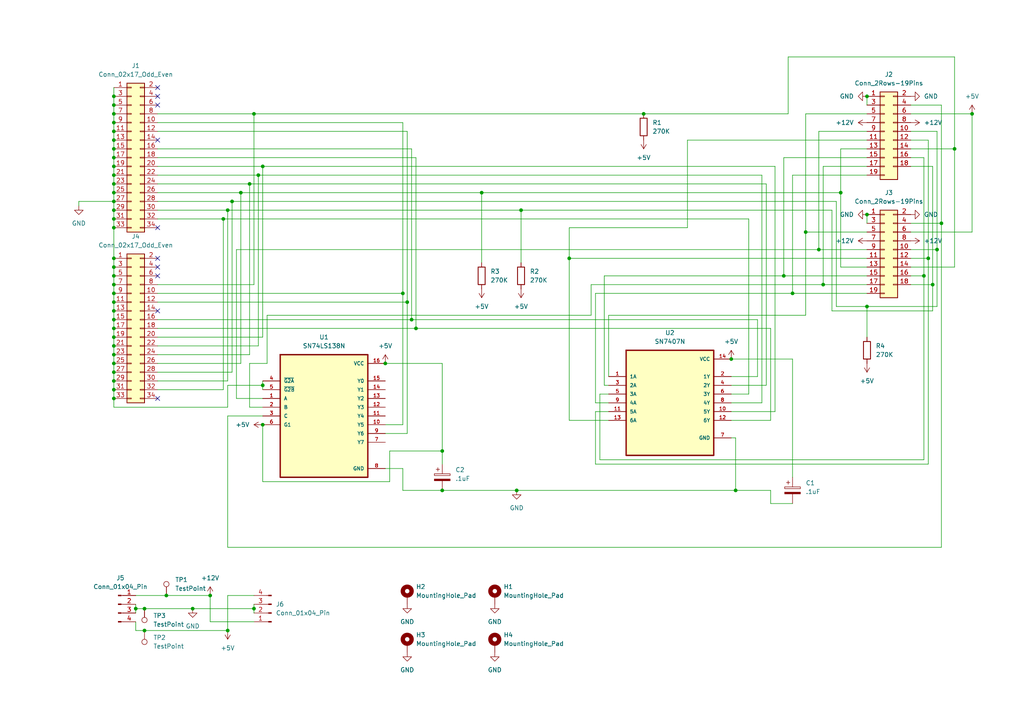
<source format=kicad_sch>
(kicad_sch (version 20230121) (generator eeschema)
  (paper "A4")
  (title_block (title "PC Transporter to MS DOS Drive Adapter") (date "2023-06-04") (rev "${Rev}") (company "Author: AJ Fite <N7AJ@ajfite.com>"))
  (lib_symbols
    (symbol "Connector:Conn_01x04_Pin" (pin_names (offset 1.016) hide)
      (property "Reference" "J" (at 0 5.08 0))
      (property "Value" "Conn_01x04_Pin" (at 0 -7.62 0))
      (symbol "Conn_01x04_Pin_1_1"
        (polyline (pts (xy 1.27 -5.08) (xy 0.8636 -5.08)) (stroke (width 0.1524)))
        (polyline (pts (xy 1.27 -2.54) (xy 0.8636 -2.54)) (stroke (width 0.1524)))
        (polyline (pts (xy 1.27 0) (xy 0.8636 0)) (stroke (width 0.1524)))
        (polyline (pts (xy 1.27 2.54) (xy 0.8636 2.54)) (stroke (width 0.1524)))
        (rectangle (start 0.8636 -4.953) (end 0 -5.207) (stroke (width 0.1524)) (fill (type outline)))
        (rectangle (start 0.8636 -2.413) (end 0 -2.667) (stroke (width 0.1524)) (fill (type outline)))
        (rectangle (start 0.8636 0.127) (end 0 -0.127) (stroke (width 0.1524)) (fill (type outline)))
        (rectangle (start 0.8636 2.667) (end 0 2.413) (stroke (width 0.1524)) (fill (type outline)))
        (pin passive line (at 5.08 2.54 180) (length 3.81) (name "Pin_1") (number "1"))
        (pin passive line (at 5.08 0 180) (length 3.81) (name "Pin_2") (number "2"))
        (pin passive line (at 5.08 -2.54 180) (length 3.81) (name "Pin_3") (number "3"))
        (pin passive line (at 5.08 -5.08 180) (length 3.81) (name "Pin_4") (number "4"))
      )
    )
    (symbol "Connector:TestPoint" (pin_numbers hide) (pin_names (offset 0.762) hide)
      (property "Reference" "TP" (at 0 6.858 0))
      (property "Value" "TestPoint" (at 0 5.08 0))
      (symbol "TestPoint_0_1"
        (circle (center 0 3.302) (radius 0.762))
      )
      (symbol "TestPoint_1_1"
        (pin passive line (at 0 0 90) (length 2.54) (name "1") (number "1"))
      )
    )
    (symbol "Connector_Generic:Conn_02x17_Odd_Even" (pin_names (offset 1.016) hide)
      (property "Reference" "J" (at 1.27 22.86 0))
      (property "Value" "Conn_02x17_Odd_Even" (at 1.27 -22.86 0))
      (symbol "Conn_02x17_Odd_Even_1_1"
        (rectangle (start -1.27 -20.193) (end 0 -20.447) (stroke (width 0.1524)))
        (rectangle (start -1.27 -17.653) (end 0 -17.907) (stroke (width 0.1524)))
        (rectangle (start -1.27 -15.113) (end 0 -15.367) (stroke (width 0.1524)))
        (rectangle (start -1.27 -12.573) (end 0 -12.827) (stroke (width 0.1524)))
        (rectangle (start -1.27 -10.033) (end 0 -10.287) (stroke (width 0.1524)))
        (rectangle (start -1.27 -7.493) (end 0 -7.747) (stroke (width 0.1524)))
        (rectangle (start -1.27 -4.953) (end 0 -5.207) (stroke (width 0.1524)))
        (rectangle (start -1.27 -2.413) (end 0 -2.667) (stroke (width 0.1524)))
        (rectangle (start -1.27 0.127) (end 0 -0.127) (stroke (width 0.1524)))
        (rectangle (start -1.27 2.667) (end 0 2.413) (stroke (width 0.1524)))
        (rectangle (start -1.27 5.207) (end 0 4.953) (stroke (width 0.1524)))
        (rectangle (start -1.27 7.747) (end 0 7.493) (stroke (width 0.1524)))
        (rectangle (start -1.27 10.287) (end 0 10.033) (stroke (width 0.1524)))
        (rectangle (start -1.27 12.827) (end 0 12.573) (stroke (width 0.1524)))
        (rectangle (start -1.27 15.367) (end 0 15.113) (stroke (width 0.1524)))
        (rectangle (start -1.27 17.907) (end 0 17.653) (stroke (width 0.1524)))
        (rectangle (start -1.27 20.447) (end 0 20.193) (stroke (width 0.1524)))
        (rectangle (start -1.27 21.59) (end 3.81 -21.59) (stroke (width 0.254)) (fill (type background)))
        (rectangle (start 3.81 -20.193) (end 2.54 -20.447) (stroke (width 0.1524)))
        (rectangle (start 3.81 -17.653) (end 2.54 -17.907) (stroke (width 0.1524)))
        (rectangle (start 3.81 -15.113) (end 2.54 -15.367) (stroke (width 0.1524)))
        (rectangle (start 3.81 -12.573) (end 2.54 -12.827) (stroke (width 0.1524)))
        (rectangle (start 3.81 -10.033) (end 2.54 -10.287) (stroke (width 0.1524)))
        (rectangle (start 3.81 -7.493) (end 2.54 -7.747) (stroke (width 0.1524)))
        (rectangle (start 3.81 -4.953) (end 2.54 -5.207) (stroke (width 0.1524)))
        (rectangle (start 3.81 -2.413) (end 2.54 -2.667) (stroke (width 0.1524)))
        (rectangle (start 3.81 0.127) (end 2.54 -0.127) (stroke (width 0.1524)))
        (rectangle (start 3.81 2.667) (end 2.54 2.413) (stroke (width 0.1524)))
        (rectangle (start 3.81 5.207) (end 2.54 4.953) (stroke (width 0.1524)))
        (rectangle (start 3.81 7.747) (end 2.54 7.493) (stroke (width 0.1524)))
        (rectangle (start 3.81 10.287) (end 2.54 10.033) (stroke (width 0.1524)))
        (rectangle (start 3.81 12.827) (end 2.54 12.573) (stroke (width 0.1524)))
        (rectangle (start 3.81 15.367) (end 2.54 15.113) (stroke (width 0.1524)))
        (rectangle (start 3.81 17.907) (end 2.54 17.653) (stroke (width 0.1524)))
        (rectangle (start 3.81 20.447) (end 2.54 20.193) (stroke (width 0.1524)))
        (pin passive line (at -5.08 20.32 0) (length 3.81) (name "Pin_1") (number "1"))
        (pin passive line (at 7.62 10.16 180) (length 3.81) (name "Pin_10") (number "10"))
        (pin passive line (at -5.08 7.62 0) (length 3.81) (name "Pin_11") (number "11"))
        (pin passive line (at 7.62 7.62 180) (length 3.81) (name "Pin_12") (number "12"))
        (pin passive line (at -5.08 5.08 0) (length 3.81) (name "Pin_13") (number "13"))
        (pin passive line (at 7.62 5.08 180) (length 3.81) (name "Pin_14") (number "14"))
        (pin passive line (at -5.08 2.54 0) (length 3.81) (name "Pin_15") (number "15"))
        (pin passive line (at 7.62 2.54 180) (length 3.81) (name "Pin_16") (number "16"))
        (pin passive line (at -5.08 0 0) (length 3.81) (name "Pin_17") (number "17"))
        (pin passive line (at 7.62 0 180) (length 3.81) (name "Pin_18") (number "18"))
        (pin passive line (at -5.08 -2.54 0) (length 3.81) (name "Pin_19") (number "19"))
        (pin passive line (at 7.62 20.32 180) (length 3.81) (name "Pin_2") (number "2"))
        (pin passive line (at 7.62 -2.54 180) (length 3.81) (name "Pin_20") (number "20"))
        (pin passive line (at -5.08 -5.08 0) (length 3.81) (name "Pin_21") (number "21"))
        (pin passive line (at 7.62 -5.08 180) (length 3.81) (name "Pin_22") (number "22"))
        (pin passive line (at -5.08 -7.62 0) (length 3.81) (name "Pin_23") (number "23"))
        (pin passive line (at 7.62 -7.62 180) (length 3.81) (name "Pin_24") (number "24"))
        (pin passive line (at -5.08 -10.16 0) (length 3.81) (name "Pin_25") (number "25"))
        (pin passive line (at 7.62 -10.16 180) (length 3.81) (name "Pin_26") (number "26"))
        (pin passive line (at -5.08 -12.7 0) (length 3.81) (name "Pin_27") (number "27"))
        (pin passive line (at 7.62 -12.7 180) (length 3.81) (name "Pin_28") (number "28"))
        (pin passive line (at -5.08 -15.24 0) (length 3.81) (name "Pin_29") (number "29"))
        (pin passive line (at -5.08 17.78 0) (length 3.81) (name "Pin_3") (number "3"))
        (pin passive line (at 7.62 -15.24 180) (length 3.81) (name "Pin_30") (number "30"))
        (pin passive line (at -5.08 -17.78 0) (length 3.81) (name "Pin_31") (number "31"))
        (pin passive line (at 7.62 -17.78 180) (length 3.81) (name "Pin_32") (number "32"))
        (pin passive line (at -5.08 -20.32 0) (length 3.81) (name "Pin_33") (number "33"))
        (pin passive line (at 7.62 -20.32 180) (length 3.81) (name "Pin_34") (number "34"))
        (pin passive line (at 7.62 17.78 180) (length 3.81) (name "Pin_4") (number "4"))
        (pin passive line (at -5.08 15.24 0) (length 3.81) (name "Pin_5") (number "5"))
        (pin passive line (at 7.62 15.24 180) (length 3.81) (name "Pin_6") (number "6"))
        (pin passive line (at -5.08 12.7 0) (length 3.81) (name "Pin_7") (number "7"))
        (pin passive line (at 7.62 12.7 180) (length 3.81) (name "Pin_8") (number "8"))
        (pin passive line (at -5.08 10.16 0) (length 3.81) (name "Pin_9") (number "9"))
      )
    )
    (symbol "Connector_Generic:Conn_2Rows-19Pins" (pin_names (offset 1.016) hide)
      (property "Reference" "J" (at 1.27 12.7 0))
      (property "Value" "Conn_2Rows-19Pins" (at 1.27 -15.24 0))
      (symbol "Conn_2Rows-19Pins_1_1"
        (rectangle (start -1.27 -12.573) (end 0 -12.827) (stroke (width 0.1524)))
        (rectangle (start -1.27 -10.033) (end 0 -10.287) (stroke (width 0.1524)))
        (rectangle (start -1.27 -7.493) (end 0 -7.747) (stroke (width 0.1524)))
        (rectangle (start -1.27 -4.953) (end 0 -5.207) (stroke (width 0.1524)))
        (rectangle (start -1.27 -2.413) (end 0 -2.667) (stroke (width 0.1524)))
        (rectangle (start -1.27 0.127) (end 0 -0.127) (stroke (width 0.1524)))
        (rectangle (start -1.27 2.667) (end 0 2.413) (stroke (width 0.1524)))
        (rectangle (start -1.27 5.207) (end 0 4.953) (stroke (width 0.1524)))
        (rectangle (start -1.27 7.747) (end 0 7.493) (stroke (width 0.1524)))
        (rectangle (start -1.27 10.287) (end 0 10.033) (stroke (width 0.1524)))
        (rectangle (start -1.27 11.43) (end 3.81 -13.97) (stroke (width 0.254)) (fill (type background)))
        (rectangle (start 3.81 -10.033) (end 2.54 -10.287) (stroke (width 0.1524)))
        (rectangle (start 3.81 -7.493) (end 2.54 -7.747) (stroke (width 0.1524)))
        (rectangle (start 3.81 -4.953) (end 2.54 -5.207) (stroke (width 0.1524)))
        (rectangle (start 3.81 -2.413) (end 2.54 -2.667) (stroke (width 0.1524)))
        (rectangle (start 3.81 0.127) (end 2.54 -0.127) (stroke (width 0.1524)))
        (rectangle (start 3.81 2.667) (end 2.54 2.413) (stroke (width 0.1524)))
        (rectangle (start 3.81 5.207) (end 2.54 4.953) (stroke (width 0.1524)))
        (rectangle (start 3.81 7.747) (end 2.54 7.493) (stroke (width 0.1524)))
        (rectangle (start 3.81 10.287) (end 2.54 10.033) (stroke (width 0.1524)))
        (pin passive line (at -5.08 10.16 0) (length 3.81) (name "Pin_1") (number "1"))
        (pin passive line (at 7.62 0 180) (length 3.81) (name "Pin_10") (number "10"))
        (pin passive line (at -5.08 -2.54 0) (length 3.81) (name "Pin_11") (number "11"))
        (pin passive line (at 7.62 -2.54 180) (length 3.81) (name "Pin_12") (number "12"))
        (pin passive line (at -5.08 -5.08 0) (length 3.81) (name "Pin_13") (number "13"))
        (pin passive line (at 7.62 -5.08 180) (length 3.81) (name "Pin_14") (number "14"))
        (pin passive line (at -5.08 -7.62 0) (length 3.81) (name "Pin_15") (number "15"))
        (pin passive line (at 7.62 -7.62 180) (length 3.81) (name "Pin_16") (number "16"))
        (pin passive line (at -5.08 -10.16 0) (length 3.81) (name "Pin_17") (number "17"))
        (pin passive line (at 7.62 -10.16 180) (length 3.81) (name "Pin_18") (number "18"))
        (pin passive line (at -5.08 -12.7 0) (length 3.81) (name "Pin_19") (number "19"))
        (pin passive line (at 7.62 10.16 180) (length 3.81) (name "Pin_2") (number "2"))
        (pin passive line (at -5.08 7.62 0) (length 3.81) (name "Pin_3") (number "3"))
        (pin passive line (at 7.62 7.62 180) (length 3.81) (name "Pin_4") (number "4"))
        (pin passive line (at -5.08 5.08 0) (length 3.81) (name "Pin_5") (number "5"))
        (pin passive line (at 7.62 5.08 180) (length 3.81) (name "Pin_6") (number "6"))
        (pin passive line (at -5.08 2.54 0) (length 3.81) (name "Pin_7") (number "7"))
        (pin passive line (at 7.62 2.54 180) (length 3.81) (name "Pin_8") (number "8"))
        (pin passive line (at -5.08 0 0) (length 3.81) (name "Pin_9") (number "9"))
      )
    )
    (symbol "Device:C_Polarized" (pin_numbers hide) (pin_names (offset 0.254))
      (property "Reference" "C" (at 0.635 2.54 0))
      (property "Value" "C_Polarized" (at 0.635 -2.54 0))
      (symbol "C_Polarized_0_1"
        (rectangle (start -2.286 0.508) (end 2.286 1.016))
        (polyline (pts (xy -1.778 2.286) (xy -0.762 2.286)))
        (polyline (pts (xy -1.27 2.794) (xy -1.27 1.778)))
        (rectangle (start 2.286 -0.508) (end -2.286 -1.016) (fill (type outline)))
      )
      (symbol "C_Polarized_1_1"
        (pin passive line (at 0 3.81 270) (length 2.794) (name "~") (number "1"))
        (pin passive line (at 0 -3.81 90) (length 2.794) (name "~") (number "2"))
      )
    )
    (symbol "Device:R" (pin_numbers hide) (pin_names (offset 0))
      (property "Reference" "R" (at 2.032 0 90))
      (property "Value" "R" (at 0 0 90))
      (symbol "R_0_1"
        (rectangle (start -1.016 -2.54) (end 1.016 2.54) (stroke (width 0.254)))
      )
      (symbol "R_1_1"
        (pin passive line (at 0 3.81 270) (length 1.27) (name "~") (number "1"))
        (pin passive line (at 0 -3.81 90) (length 1.27) (name "~") (number "2"))
      )
    )
    (symbol "Mechanical:MountingHole_Pad" (pin_numbers hide) (pin_names (offset 1.016) hide)
      (property "Reference" "H" (at 0 6.35 0))
      (property "Value" "MountingHole_Pad" (at 0 4.445 0))
      (symbol "MountingHole_Pad_0_1"
        (circle (center 0 1.27) (radius 1.27) (stroke (width 1.27)))
      )
      (symbol "MountingHole_Pad_1_1"
        (pin input line (at 0 -2.54 90) (length 2.54) (name "1") (number "1"))
      )
    )
    (symbol "SN7407N:SN7407N" (pin_names (offset 1.016))
      (property "Reference" "U" (at -12.7 16.24 0))
      (property "Value" "SN7407N" (at -12.7 -19.24 0))
      (symbol "SN7407N_0_0"
        (rectangle (start -12.7 -15.24) (end 12.7 15.24) (stroke (width 0.41)) (fill (type background)))
        (pin input line (at -17.78 7.62 0) (length 5.08) (name "1A") (number "1"))
        (pin output line (at 17.78 -2.54 180) (length 5.08) (name "5Y") (number "10"))
        (pin input line (at -17.78 -2.54 0) (length 5.08) (name "5A") (number "11"))
        (pin output line (at 17.78 -5.08 180) (length 5.08) (name "6Y") (number "12"))
        (pin input line (at -17.78 -5.08 0) (length 5.08) (name "6A") (number "13"))
        (pin power_in line (at 17.78 12.7 180) (length 5.08) (name "VCC") (number "14"))
        (pin output line (at 17.78 7.62 180) (length 5.08) (name "1Y") (number "2"))
        (pin input line (at -17.78 5.08 0) (length 5.08) (name "2A") (number "3"))
        (pin output line (at 17.78 5.08 180) (length 5.08) (name "2Y") (number "4"))
        (pin input line (at -17.78 2.54 0) (length 5.08) (name "3A") (number "5"))
        (pin output line (at 17.78 2.54 180) (length 5.08) (name "3Y") (number "6"))
        (pin power_in line (at 17.78 -10.16 180) (length 5.08) (name "GND") (number "7"))
        (pin output line (at 17.78 0 180) (length 5.08) (name "4Y") (number "8"))
        (pin input line (at -17.78 0 0) (length 5.08) (name "4A") (number "9"))
      )
    )
    (symbol "SN74LS138N:SN74LS138N" (pin_names (offset 1.016))
      (property "Reference" "U" (at -12.7 18.78 0))
      (property "Value" "SN74LS138N" (at -12.7 -21.78 0))
      (symbol "SN74LS138N_0_0"
        (rectangle (start -12.7 -17.78) (end 12.7 17.78) (stroke (width 0.41)) (fill (type background)))
        (pin input line (at -17.78 5.08 0) (length 5.08) (name "A") (number "1"))
        (pin output line (at 17.78 -2.54 180) (length 5.08) (name "Y5") (number "10"))
        (pin output line (at 17.78 0 180) (length 5.08) (name "Y4") (number "11"))
        (pin output line (at 17.78 2.54 180) (length 5.08) (name "Y3") (number "12"))
        (pin output line (at 17.78 5.08 180) (length 5.08) (name "Y2") (number "13"))
        (pin output line (at 17.78 7.62 180) (length 5.08) (name "Y1") (number "14"))
        (pin output line (at 17.78 10.16 180) (length 5.08) (name "Y0") (number "15"))
        (pin power_in line (at 17.78 15.24 180) (length 5.08) (name "VCC") (number "16"))
        (pin input line (at -17.78 2.54 0) (length 5.08) (name "B") (number "2"))
        (pin input line (at -17.78 0 0) (length 5.08) (name "C") (number "3"))
        (pin input line (at -17.78 10.16 0) (length 5.08) (name "~{G2A}") (number "4"))
        (pin input line (at -17.78 7.62 0) (length 5.08) (name "~{G2B}") (number "5"))
        (pin input line (at -17.78 -2.54 0) (length 5.08) (name "G1") (number "6"))
        (pin output line (at 17.78 -7.62 180) (length 5.08) (name "Y7") (number "7"))
        (pin power_in line (at 17.78 -15.24 180) (length 5.08) (name "GND") (number "8"))
        (pin output line (at 17.78 -5.08 180) (length 5.08) (name "Y6") (number "9"))
      )
    )
    (symbol "power:+12V" (power) (pin_names (offset 0))
      (property "Value" "+12V" (at 0 3.556 0))
      (symbol "+12V_0_1"
        (polyline (pts (xy -0.762 1.27) (xy 0 2.54)))
        (polyline (pts (xy 0 0) (xy 0 2.54)))
        (polyline (pts (xy 0 2.54) (xy 0.762 1.27)))
      )
      (symbol "+12V_1_1"
        (pin power_in line (at 0 0 90) (length 0) hide (name "+12V") (number "1"))
      )
    )
    (symbol "power:+5V" (power) (pin_names (offset 0))
      (property "Value" "+5V" (at 0 3.556 0))
      (symbol "+5V_0_1"
        (polyline (pts (xy -0.762 1.27) (xy 0 2.54)))
        (polyline (pts (xy 0 0) (xy 0 2.54)))
        (polyline (pts (xy 0 2.54) (xy 0.762 1.27)))
      )
      (symbol "+5V_1_1"
        (pin power_in line (at 0 0 90) (length 0) hide (name "+5V") (number "1"))
      )
    )
    (symbol "power:GND" (power) (pin_names (offset 0))
      (property "Value" "GND" (at 0 -3.81 0))
      (symbol "GND_0_1"
        (polyline (pts (xy 0 0) (xy 0 -1.27) (xy 1.27 -1.27) (xy 0 -2.54) (xy -1.27 -1.27) (xy 0 -1.27)))
      )
      (symbol "GND_1_1"
        (pin power_in line (at 0 0 270) (length 0) hide (name "GND") (number "1"))
      )
    )
  )
  (junction (at 273.05 64.77))
  (junction (at 111.76 105.41))
  (junction (at 33.02 102.87))
  (junction (at 33.02 60.96))
  (junction (at 116.84 85.09))
  (junction (at 281.94 33.02))
  (junction (at 55.88 176.53))
  (junction (at 212.09 104.14))
  (junction (at 118.11 87.63))
  (junction (at 149.86 142.24))
  (junction (at 33.02 82.55))
  (junction (at 33.02 33.02))
  (junction (at 251.46 88.9))
  (junction (at 33.02 107.95))
  (junction (at 120.65 95.25))
  (junction (at 33.02 55.88))
  (junction (at 33.02 95.25))
  (junction (at 72.39 53.34))
  (junction (at 74.93 50.8))
  (junction (at 66.04 60.96))
  (junction (at 69.85 55.88))
  (junction (at 128.27 130.81))
  (junction (at 119.38 92.71))
  (junction (at 270.51 82.55))
  (junction (at 237.49 72.39))
  (junction (at 128.27 142.24))
  (junction (at 33.02 87.63))
  (junction (at 48.26 172.72))
  (junction (at 33.02 63.5))
  (junction (at 33.02 77.47))
  (junction (at 186.69 33.02))
  (junction (at 33.02 74.93))
  (junction (at 151.13 60.96))
  (junction (at 33.02 97.79))
  (junction (at 276.86 43.18))
  (junction (at 33.02 40.64))
  (junction (at 33.02 35.56))
  (junction (at 33.02 27.94))
  (junction (at 33.02 92.71))
  (junction (at 33.02 58.42))
  (junction (at 33.02 50.8))
  (junction (at 251.46 62.23))
  (junction (at 33.02 100.33))
  (junction (at 267.97 80.01))
  (junction (at 139.7 55.88))
  (junction (at 41.91 176.53))
  (junction (at 33.02 30.48))
  (junction (at 39.37 176.53))
  (junction (at 41.91 182.88))
  (junction (at 76.2 111.76))
  (junction (at 33.02 53.34))
  (junction (at 60.96 172.72))
  (junction (at 229.87 85.09))
  (junction (at 33.02 115.57))
  (junction (at 271.78 72.39))
  (junction (at 76.2 123.19))
  (junction (at 73.66 176.53))
  (junction (at 238.76 82.55))
  (junction (at 243.84 55.88))
  (junction (at 33.02 38.1))
  (junction (at 66.04 182.88))
  (junction (at 269.24 74.93))
  (junction (at 33.02 80.01))
  (junction (at 227.33 80.01))
  (junction (at 33.02 113.03))
  (junction (at 251.46 27.94))
  (junction (at 33.02 66.04))
  (junction (at 33.02 110.49))
  (junction (at 233.68 67.31))
  (junction (at 33.02 105.41))
  (junction (at 67.31 58.42))
  (junction (at 33.02 45.72))
  (junction (at 64.77 63.5))
  (junction (at 73.66 33.02))
  (junction (at 33.02 43.18))
  (junction (at 33.02 85.09))
  (junction (at 213.36 142.24))
  (junction (at 76.2 48.26))
  (junction (at 33.02 90.17))
  (junction (at 33.02 48.26))
  (junction (at 165.1 74.93))
  (no_connect (at 45.72 30.48))
  (no_connect (at 45.72 80.01))
  (no_connect (at 45.72 40.64))
  (no_connect (at 45.72 77.47))
  (no_connect (at 45.72 66.04))
  (no_connect (at 45.72 27.94))
  (no_connect (at 45.72 115.57))
  (no_connect (at 45.72 74.93))
  (no_connect (at 45.72 25.4))
  (no_connect (at 45.72 90.17))
  (wire (pts (xy 33.02 35.56) (xy 33.02 38.1)))
  (wire (pts (xy 113.03 139.7) (xy 113.03 130.81)))
  (wire (pts (xy 264.16 77.47) (xy 276.86 77.47)))
  (wire (pts (xy 22.86 58.42) (xy 22.86 59.69)))
  (wire (pts (xy 48.26 172.72) (xy 60.96 172.72)))
  (wire (pts (xy 72.39 105.41) (xy 77.47 105.41)))
  (wire (pts (xy 176.53 91.44) (xy 176.53 109.22)))
  (wire (pts (xy 64.77 63.5) (xy 64.77 113.03)))
  (wire (pts (xy 73.66 82.55) (xy 73.66 33.02)))
  (wire (pts (xy 118.11 87.63) (xy 118.11 125.73)))
  (wire (pts (xy 151.13 60.96) (xy 241.3 60.96)))
  (wire (pts (xy 223.52 95.25) (xy 223.52 121.92)))
  (wire (pts (xy 33.02 50.8) (xy 33.02 53.34)))
  (wire (pts (xy 217.17 114.3) (xy 212.09 114.3)))
  (wire (pts (xy 33.02 48.26) (xy 33.02 50.8)))
  (wire (pts (xy 66.04 60.96) (xy 151.13 60.96)))
  (wire (pts (xy 45.72 58.42) (xy 67.31 58.42)))
  (wire (pts (xy 227.33 80.01) (xy 175.26 80.01)))
  (wire (pts (xy 66.04 158.75) (xy 273.05 158.75)))
  (wire (pts (xy 175.26 111.76) (xy 176.53 111.76)))
  (wire (pts (xy 73.66 176.53) (xy 73.66 177.8)))
  (wire (pts (xy 69.85 55.88) (xy 139.7 55.88)))
  (wire (pts (xy 172.72 119.38) (xy 176.53 119.38)))
  (wire (pts (xy 116.84 123.19) (xy 111.76 123.19)))
  (wire (pts (xy 269.24 74.93) (xy 269.24 40.64)))
  (wire (pts (xy 66.04 120.65) (xy 66.04 158.75)))
  (wire (pts (xy 66.04 182.88) (xy 66.04 172.72)))
  (wire (pts (xy 220.98 50.8) (xy 74.93 50.8)))
  (wire (pts (xy 128.27 142.24) (xy 149.86 142.24)))
  (wire (pts (xy 72.39 102.87) (xy 72.39 53.34)))
  (wire (pts (xy 76.2 139.7) (xy 113.03 139.7)))
  (wire (pts (xy 33.02 100.33) (xy 33.02 102.87)))
  (wire (pts (xy 33.02 60.96) (xy 33.02 63.5)))
  (wire (pts (xy 74.93 100.33) (xy 74.93 50.8)))
  (wire (pts (xy 111.76 105.41) (xy 128.27 105.41)))
  (wire (pts (xy 45.72 60.96) (xy 66.04 60.96)))
  (wire (pts (xy 217.17 63.5) (xy 217.17 114.3)))
  (wire (pts (xy 173.99 133.35) (xy 173.99 114.3)))
  (wire (pts (xy 33.02 105.41) (xy 33.02 102.87)))
  (wire (pts (xy 276.86 43.18) (xy 276.86 77.47)))
  (wire (pts (xy 33.02 66.04) (xy 33.02 63.5)))
  (wire (pts (xy 120.65 95.25) (xy 223.52 95.25)))
  (wire (pts (xy 139.7 55.88) (xy 139.7 76.2)))
  (wire (pts (xy 212.09 104.14) (xy 229.87 104.14)))
  (wire (pts (xy 41.91 182.88) (xy 66.04 182.88)))
  (wire (pts (xy 273.05 64.77) (xy 264.16 64.77)))
  (wire (pts (xy 39.37 182.88) (xy 39.37 180.34)))
  (wire (pts (xy 73.66 175.26) (xy 73.66 176.53)))
  (wire (pts (xy 45.72 85.09) (xy 116.84 85.09)))
  (wire (pts (xy 251.46 80.01) (xy 227.33 80.01)))
  (wire (pts (xy 251.46 85.09) (xy 229.87 85.09)))
  (wire (pts (xy 271.78 88.9) (xy 271.78 72.39)))
  (wire (pts (xy 116.84 135.89) (xy 116.84 142.24)))
  (wire (pts (xy 45.72 110.49) (xy 66.04 110.49)))
  (wire (pts (xy 120.65 45.72) (xy 120.65 95.25)))
  (wire (pts (xy 271.78 72.39) (xy 271.78 38.1)))
  (wire (pts (xy 172.72 85.09) (xy 172.72 116.84)))
  (wire (pts (xy 45.72 63.5) (xy 64.77 63.5)))
  (wire (pts (xy 33.02 113.03) (xy 33.02 115.57)))
  (wire (pts (xy 251.46 38.1) (xy 237.49 38.1)))
  (wire (pts (xy 68.58 72.39) (xy 68.58 115.57)))
  (wire (pts (xy 66.04 172.72) (xy 73.66 172.72)))
  (wire (pts (xy 45.72 107.95) (xy 67.31 107.95)))
  (wire (pts (xy 33.02 55.88) (xy 33.02 58.42)))
  (wire (pts (xy 33.02 97.79) (xy 33.02 100.33)))
  (wire (pts (xy 175.26 80.01) (xy 175.26 111.76)))
  (wire (pts (xy 116.84 35.56) (xy 116.84 85.09)))
  (wire (pts (xy 243.84 55.88) (xy 243.84 43.18)))
  (wire (pts (xy 45.72 92.71) (xy 119.38 92.71)))
  (wire (pts (xy 76.2 48.26) (xy 224.79 48.26)))
  (wire (pts (xy 251.46 48.26) (xy 238.76 48.26)))
  (wire (pts (xy 39.37 182.88) (xy 41.91 182.88)))
  (wire (pts (xy 199.39 40.64) (xy 199.39 66.04)))
  (wire (pts (xy 33.02 110.49) (xy 33.02 107.95)))
  (wire (pts (xy 224.79 119.38) (xy 212.09 119.38)))
  (wire (pts (xy 45.72 100.33) (xy 74.93 100.33)))
  (wire (pts (xy 45.72 48.26) (xy 76.2 48.26)))
  (wire (pts (xy 229.87 50.8) (xy 229.87 85.09)))
  (wire (pts (xy 76.2 111.76) (xy 66.04 111.76)))
  (wire (pts (xy 241.3 60.96) (xy 241.3 90.17)))
  (wire (pts (xy 72.39 53.34) (xy 222.25 53.34)))
  (wire (pts (xy 45.72 97.79) (xy 76.2 97.79)))
  (wire (pts (xy 72.39 118.11) (xy 72.39 105.41)))
  (wire (pts (xy 271.78 72.39) (xy 264.16 72.39)))
  (wire (pts (xy 267.97 133.35) (xy 173.99 133.35)))
  (wire (pts (xy 251.46 45.72) (xy 227.33 45.72)))
  (wire (pts (xy 33.02 58.42) (xy 33.02 60.96)))
  (wire (pts (xy 269.24 40.64) (xy 264.16 40.64)))
  (wire (pts (xy 243.84 77.47) (xy 251.46 77.47)))
  (wire (pts (xy 233.68 67.31) (xy 251.46 67.31)))
  (wire (pts (xy 165.1 74.93) (xy 251.46 74.93)))
  (wire (pts (xy 233.68 91.44) (xy 176.53 91.44)))
  (wire (pts (xy 39.37 176.53) (xy 41.91 176.53)))
  (wire (pts (xy 267.97 80.01) (xy 267.97 133.35)))
  (wire (pts (xy 33.02 25.4) (xy 33.02 27.94)))
  (wire (pts (xy 45.72 45.72) (xy 120.65 45.72)))
  (wire (pts (xy 273.05 30.48) (xy 264.16 30.48)))
  (wire (pts (xy 33.02 53.34) (xy 33.02 55.88)))
  (wire (pts (xy 229.87 85.09) (xy 172.72 85.09)))
  (wire (pts (xy 76.2 97.79) (xy 76.2 48.26)))
  (wire (pts (xy 233.68 67.31) (xy 233.68 91.44)))
  (wire (pts (xy 67.31 58.42) (xy 67.31 107.95)))
  (wire (pts (xy 45.72 105.41) (xy 69.85 105.41)))
  (wire (pts (xy 33.02 77.47) (xy 33.02 80.01)))
  (wire (pts (xy 149.86 142.24) (xy 213.36 142.24)))
  (wire (pts (xy 227.33 45.72) (xy 227.33 80.01)))
  (wire (pts (xy 199.39 66.04) (xy 165.1 66.04)))
  (wire (pts (xy 251.46 88.9) (xy 271.78 88.9)))
  (wire (pts (xy 264.16 33.02) (xy 281.94 33.02)))
  (wire (pts (xy 45.72 43.18) (xy 119.38 43.18)))
  (wire (pts (xy 223.52 121.92) (xy 212.09 121.92)))
  (wire (pts (xy 118.11 38.1) (xy 118.11 87.63)))
  (wire (pts (xy 224.79 48.26) (xy 224.79 119.38)))
  (wire (pts (xy 165.1 66.04) (xy 165.1 74.93)))
  (wire (pts (xy 281.94 33.02) (xy 281.94 67.31)))
  (wire (pts (xy 119.38 43.18) (xy 119.38 92.71)))
  (wire (pts (xy 33.02 92.71) (xy 33.02 95.25)))
  (wire (pts (xy 116.84 142.24) (xy 128.27 142.24)))
  (wire (pts (xy 173.99 114.3) (xy 176.53 114.3)))
  (wire (pts (xy 45.72 82.55) (xy 73.66 82.55)))
  (wire (pts (xy 251.46 62.23) (xy 251.46 64.77)))
  (wire (pts (xy 33.02 45.72) (xy 33.02 48.26)))
  (wire (pts (xy 251.46 72.39) (xy 237.49 72.39)))
  (wire (pts (xy 242.57 58.42) (xy 242.57 88.9)))
  (wire (pts (xy 128.27 105.41) (xy 128.27 130.81)))
  (wire (pts (xy 243.84 43.18) (xy 251.46 43.18)))
  (wire (pts (xy 273.05 158.75) (xy 273.05 64.77)))
  (wire (pts (xy 33.02 107.95) (xy 33.02 105.41)))
  (wire (pts (xy 276.86 43.18) (xy 264.16 43.18)))
  (wire (pts (xy 76.2 118.11) (xy 72.39 118.11)))
  (wire (pts (xy 212.09 116.84) (xy 220.98 116.84)))
  (wire (pts (xy 76.2 111.76) (xy 76.2 113.03)))
  (wire (pts (xy 139.7 55.88) (xy 243.84 55.88)))
  (wire (pts (xy 41.91 176.53) (xy 55.88 176.53)))
  (wire (pts (xy 66.04 110.49) (xy 66.04 60.96)))
  (wire (pts (xy 66.04 118.11) (xy 33.02 118.11)))
  (wire (pts (xy 237.49 72.39) (xy 68.58 72.39)))
  (wire (pts (xy 39.37 172.72) (xy 48.26 172.72)))
  (wire (pts (xy 39.37 175.26) (xy 39.37 176.53)))
  (wire (pts (xy 223.52 142.24) (xy 213.36 142.24)))
  (wire (pts (xy 273.05 64.77) (xy 273.05 30.48)))
  (wire (pts (xy 33.02 113.03) (xy 33.02 110.49)))
  (wire (pts (xy 165.1 121.92) (xy 176.53 121.92)))
  (wire (pts (xy 251.46 33.02) (xy 233.68 33.02)))
  (wire (pts (xy 33.02 33.02) (xy 33.02 35.56)))
  (wire (pts (xy 172.72 134.62) (xy 172.72 119.38)))
  (wire (pts (xy 77.47 105.41) (xy 77.47 91.44)))
  (wire (pts (xy 267.97 45.72) (xy 264.16 45.72)))
  (wire (pts (xy 116.84 85.09) (xy 116.84 123.19)))
  (wire (pts (xy 67.31 58.42) (xy 242.57 58.42)))
  (wire (pts (xy 229.87 146.05) (xy 223.52 146.05)))
  (wire (pts (xy 251.46 50.8) (xy 229.87 50.8)))
  (wire (pts (xy 39.37 176.53) (xy 39.37 177.8)))
  (wire (pts (xy 233.68 33.02) (xy 233.68 67.31)))
  (wire (pts (xy 251.46 88.9) (xy 251.46 97.79)))
  (wire (pts (xy 33.02 43.18) (xy 33.02 45.72)))
  (wire (pts (xy 45.72 95.25) (xy 120.65 95.25)))
  (wire (pts (xy 33.02 85.09) (xy 33.02 87.63)))
  (wire (pts (xy 33.02 80.01) (xy 33.02 82.55)))
  (wire (pts (xy 269.24 74.93) (xy 269.24 134.62)))
  (wire (pts (xy 251.46 27.94) (xy 251.46 30.48)))
  (wire (pts (xy 237.49 38.1) (xy 237.49 72.39)))
  (wire (pts (xy 186.69 33.02) (xy 228.6 33.02)))
  (wire (pts (xy 222.25 111.76) (xy 212.09 111.76)))
  (wire (pts (xy 238.76 48.26) (xy 238.76 82.55)))
  (wire (pts (xy 76.2 110.49) (xy 76.2 111.76)))
  (wire (pts (xy 243.84 55.88) (xy 243.84 77.47)))
  (wire (pts (xy 165.1 74.93) (xy 165.1 121.92)))
  (wire (pts (xy 33.02 40.64) (xy 33.02 43.18)))
  (wire (pts (xy 220.98 116.84) (xy 220.98 50.8)))
  (wire (pts (xy 73.66 33.02) (xy 186.69 33.02)))
  (wire (pts (xy 270.51 90.17) (xy 270.51 82.55)))
  (wire (pts (xy 128.27 130.81) (xy 128.27 134.62)))
  (wire (pts (xy 171.45 82.55) (xy 238.76 82.55)))
  (wire (pts (xy 212.09 127) (xy 213.36 127)))
  (wire (pts (xy 64.77 63.5) (xy 217.17 63.5)))
  (wire (pts (xy 33.02 87.63) (xy 33.02 90.17)))
  (wire (pts (xy 219.71 92.71) (xy 219.71 109.22)))
  (wire (pts (xy 33.02 118.11) (xy 33.02 115.57)))
  (wire (pts (xy 222.25 53.34) (xy 222.25 111.76)))
  (wire (pts (xy 45.72 33.02) (xy 73.66 33.02)))
  (wire (pts (xy 33.02 27.94) (xy 33.02 30.48)))
  (wire (pts (xy 270.51 48.26) (xy 264.16 48.26)))
  (wire (pts (xy 241.3 90.17) (xy 270.51 90.17)))
  (wire (pts (xy 45.72 38.1) (xy 118.11 38.1)))
  (wire (pts (xy 33.02 95.25) (xy 33.02 97.79)))
  (wire (pts (xy 242.57 88.9) (xy 251.46 88.9)))
  (wire (pts (xy 267.97 80.01) (xy 267.97 45.72)))
  (wire (pts (xy 77.47 91.44) (xy 171.45 91.44)))
  (wire (pts (xy 69.85 105.41) (xy 69.85 55.88)))
  (wire (pts (xy 113.03 130.81) (xy 128.27 130.81)))
  (wire (pts (xy 33.02 82.55) (xy 33.02 85.09)))
  (wire (pts (xy 45.72 87.63) (xy 118.11 87.63)))
  (wire (pts (xy 68.58 115.57) (xy 76.2 115.57)))
  (wire (pts (xy 33.02 30.48) (xy 33.02 33.02)))
  (wire (pts (xy 66.04 111.76) (xy 66.04 118.11)))
  (wire (pts (xy 45.72 102.87) (xy 72.39 102.87)))
  (wire (pts (xy 223.52 146.05) (xy 223.52 142.24)))
  (wire (pts (xy 33.02 90.17) (xy 33.02 92.71)))
  (wire (pts (xy 76.2 123.19) (xy 76.2 139.7)))
  (wire (pts (xy 228.6 33.02) (xy 228.6 16.51)))
  (wire (pts (xy 45.72 53.34) (xy 72.39 53.34)))
  (wire (pts (xy 45.72 113.03) (xy 64.77 113.03)))
  (wire (pts (xy 33.02 38.1) (xy 33.02 40.64)))
  (wire (pts (xy 281.94 67.31) (xy 264.16 67.31)))
  (wire (pts (xy 76.2 120.65) (xy 66.04 120.65)))
  (wire (pts (xy 119.38 92.71) (xy 219.71 92.71)))
  (wire (pts (xy 118.11 125.73) (xy 111.76 125.73)))
  (wire (pts (xy 212.09 109.22) (xy 219.71 109.22)))
  (wire (pts (xy 229.87 104.14) (xy 229.87 138.43)))
  (wire (pts (xy 270.51 82.55) (xy 264.16 82.55)))
  (wire (pts (xy 151.13 60.96) (xy 151.13 76.2)))
  (wire (pts (xy 264.16 80.01) (xy 267.97 80.01)))
  (wire (pts (xy 269.24 134.62) (xy 172.72 134.62)))
  (wire (pts (xy 74.93 50.8) (xy 45.72 50.8)))
  (wire (pts (xy 270.51 82.55) (xy 270.51 48.26)))
  (wire (pts (xy 264.16 74.93) (xy 269.24 74.93)))
  (wire (pts (xy 60.96 172.72) (xy 60.96 180.34)))
  (wire (pts (xy 33.02 58.42) (xy 22.86 58.42)))
  (wire (pts (xy 171.45 91.44) (xy 171.45 82.55)))
  (wire (pts (xy 45.72 55.88) (xy 69.85 55.88)))
  (wire (pts (xy 276.86 16.51) (xy 276.86 43.18)))
  (wire (pts (xy 33.02 74.93) (xy 33.02 66.04)))
  (wire (pts (xy 238.76 82.55) (xy 251.46 82.55)))
  (wire (pts (xy 172.72 116.84) (xy 176.53 116.84)))
  (wire (pts (xy 33.02 74.93) (xy 33.02 77.47)))
  (wire (pts (xy 251.46 40.64) (xy 199.39 40.64)))
  (wire (pts (xy 271.78 38.1) (xy 264.16 38.1)))
  (wire (pts (xy 60.96 180.34) (xy 73.66 180.34)))
  (wire (pts (xy 213.36 142.24) (xy 213.36 127)))
  (wire (pts (xy 228.6 16.51) (xy 276.86 16.51)))
  (wire (pts (xy 45.72 35.56) (xy 116.84 35.56)))
  (wire (pts (xy 111.76 135.89) (xy 116.84 135.89)))
  (wire (pts (xy 55.88 176.53) (xy 73.66 176.53)))
  (symbol (lib_id "Device:C_Polarized") (at 128.27 138.43 0) (unit 1)
    (property "Reference" "C2" (at 132.08 136.271 0) (effects (justify left)))
    (property "Value" ".1uF" (at 132.08 138.811 0) (effects (justify left)))
    (property "Footprint" "Capacitor_THT:CP_Radial_D5.0mm_P2.00mm" (effects hide))
  )
  (symbol (lib_id "Connector:Conn_01x04_Pin") (at 34.29 175.26 0) (unit 1)
    (property "Reference" "J5" (at 34.925 167.64 0))
    (property "Value" "Conn_01x04_Pin" (at 34.925 170.18 0))
    (property "Footprint" "Connector_PinSocket_2.54mm:PinSocket_1x04_P2.54mm_Vertical" (effects hide))
  )
  (symbol (lib_id "power:GND") (at 264.16 62.23 90) (unit 1)
    (property "Reference" "#PWR08" (effects hide))
    (property "Value" "GND" (at 267.97 62.23 90) (effects (justify right)))
  )
  (symbol (lib_id "Connector:Conn_01x04_Pin") (at 78.74 177.8 180) (unit 1)
    (property "Reference" "J6" (at 80.01 175.26 0) (effects (justify right)))
    (property "Value" "Conn_01x04_Pin" (at 80.01 177.8 0) (effects (justify right)))
    (property "Footprint" "Connector_PinSocket_2.54mm:PinSocket_1x04_P2.54mm_Vertical" (effects hide))
  )
  (symbol (lib_id "SN7407N:SN7407N") (at 194.31 116.84 0) (unit 1)
    (property "Reference" "U2" (at 194.31 96.52 0))
    (property "Value" "SN7407N" (at 194.31 99.06 0))
    (property "Footprint" "SN7407N:DIP794W45P254L1969H508Q14" (effects hide))
  )
  (symbol (lib_id "power:GND") (at 251.46 62.23 270) (unit 1)
    (property "Reference" "#PWR09" (effects hide))
    (property "Value" "GND" (at 247.65 62.23 90) (effects (justify right)))
  )
  (symbol (lib_id "power:+12V") (at 60.96 172.72 0) (unit 1)
    (property "Reference" "#PWR020" (effects hide))
    (property "Value" "+12V" (at 60.96 167.64 0))
  )
  (symbol (lib_id "Connector:TestPoint") (at 41.91 182.88 180) (unit 1)
    (property "Reference" "TP2" (at 44.45 184.912 0) (effects (justify right)))
    (property "Value" "TestPoint" (at 44.45 187.452 0) (effects (justify right)))
    (property "Footprint" "TestPoint:TestPoint_Pad_2.5x2.5mm" (effects hide))
  )
  (symbol (lib_id "Device:R") (at 186.69 36.83 0) (unit 1)
    (property "Reference" "R1" (at 189.23 35.56 0) (effects (justify left)))
    (property "Value" "270K" (at 189.23 38.1 0) (effects (justify left)))
    (property "Footprint" "Resistor_THT:R_Axial_DIN0414_L11.9mm_D4.5mm_P15.24mm_Horizontal" (effects hide))
  )
  (symbol (lib_id "power:+5V") (at 111.76 105.41 0) (unit 1)
    (property "Reference" "#PWR05" (effects hide))
    (property "Value" "+5V" (at 111.76 100.33 0))
  )
  (symbol (lib_id "Mechanical:MountingHole_Pad") (at 118.11 172.72 0) (unit 1)
    (property "Reference" "H2" (at 120.65 170.18 0) (effects (justify left)))
    (property "Value" "MountingHole_Pad" (at 120.65 172.72 0) (effects (justify left)))
    (property "Footprint" "MountingHole:MountingHole_3.2mm_M3_Pad_Via" (effects hide))
  )
  (symbol (lib_id "Connector_Generic:Conn_2Rows-19Pins") (at 256.54 38.1 0) (unit 1)
    (property "Reference" "J2" (at 257.81 21.59 0))
    (property "Value" "Conn_2Rows-19Pins" (at 257.81 24.13 0))
    (property "Footprint" "Connector_PinHeader_2.54mm:PinHeader_2x10_P2.54mm_Vertical" (effects hide))
  )
  (symbol (lib_id "Connector_Generic:Conn_02x17_Odd_Even") (at 38.1 45.72 0) (unit 1)
    (property "Reference" "J1" (at 39.37 19.05 0))
    (property "Value" "Conn_02x17_Odd_Even" (at 39.37 21.59 0))
    (property "Footprint" "Connector_PinHeader_2.54mm:PinHeader_2x17_P2.54mm_Vertical" (effects hide))
  )
  (symbol (lib_id "power:GND") (at 264.16 27.94 90) (unit 1)
    (property "Reference" "#PWR07" (effects hide))
    (property "Value" "GND" (at 267.97 27.94 90) (effects (justify right)))
  )
  (symbol (lib_id "Device:R") (at 139.7 80.01 0) (unit 1)
    (property "Reference" "R3" (at 142.24 78.74 0) (effects (justify left)))
    (property "Value" "270K" (at 142.24 81.28 0) (effects (justify left)))
    (property "Footprint" "Resistor_THT:R_Axial_DIN0414_L11.9mm_D4.5mm_P15.24mm_Horizontal" (effects hide))
  )
  (symbol (lib_id "power:+5V") (at 212.09 104.14 0) (unit 1)
    (property "Reference" "#PWR04" (effects hide))
    (property "Value" "+5V" (at 212.09 99.06 0))
  )
  (symbol (lib_id "Mechanical:MountingHole_Pad") (at 143.51 186.69 0) (unit 1)
    (property "Reference" "H4" (at 146.05 184.15 0) (effects (justify left)))
    (property "Value" "MountingHole_Pad" (at 146.05 186.69 0) (effects (justify left)))
    (property "Footprint" "MountingHole:MountingHole_3.2mm_M3_Pad_Via" (effects hide))
  )
  (symbol (lib_id "power:GND") (at 149.86 142.24 0) (unit 1)
    (property "Reference" "#PWR02" (effects hide))
    (property "Value" "GND" (at 149.86 147.32 0))
  )
  (symbol (lib_id "power:GND") (at 251.46 27.94 270) (unit 1)
    (property "Reference" "#PWR06" (effects hide))
    (property "Value" "GND" (at 247.65 27.94 90) (effects (justify right)))
  )
  (symbol (lib_id "Device:R") (at 251.46 101.6 0) (unit 1)
    (property "Reference" "R4" (at 254 100.33 0) (effects (justify left)))
    (property "Value" "270K" (at 254 102.87 0) (effects (justify left)))
    (property "Footprint" "Resistor_THT:R_Axial_DIN0414_L11.9mm_D4.5mm_P15.24mm_Horizontal" (effects hide))
  )
  (symbol (lib_id "Connector_Generic:Conn_2Rows-19Pins") (at 256.54 72.39 0) (unit 1)
    (property "Reference" "J3" (at 257.81 55.88 0))
    (property "Value" "Conn_2Rows-19Pins" (at 257.81 58.42 0))
    (property "Footprint" "Connector_PinHeader_2.54mm:PinHeader_2x10_P2.54mm_Vertical" (effects hide))
  )
  (symbol (lib_id "power:+5V") (at 281.94 33.02 0) (unit 1)
    (property "Reference" "#PWR010" (effects hide))
    (property "Value" "+5V" (at 281.94 27.94 0))
  )
  (symbol (lib_id "power:+12V") (at 264.16 69.85 270) (unit 1)
    (property "Reference" "#PWR014" (effects hide))
    (property "Value" "+12V" (at 267.97 69.85 90) (effects (justify left)))
  )
  (symbol (lib_id "power:+5V") (at 66.04 182.88 180) (unit 1)
    (property "Reference" "#PWR021" (effects hide))
    (property "Value" "+5V" (at 66.04 187.96 0))
  )
  (symbol (lib_id "power:GND") (at 143.51 175.26 0) (unit 1)
    (property "Reference" "#PWR022" (effects hide))
    (property "Value" "GND" (at 143.51 180.34 0))
  )
  (symbol (lib_id "Connector:TestPoint") (at 41.91 176.53 180) (unit 1)
    (property "Reference" "TP3" (at 44.45 178.562 0) (effects (justify right)))
    (property "Value" "TestPoint" (at 44.45 181.102 0) (effects (justify right)))
    (property "Footprint" "TestPoint:TestPoint_Pad_2.5x2.5mm" (effects hide))
  )
  (symbol (lib_id "Device:R") (at 151.13 80.01 0) (unit 1)
    (property "Reference" "R2" (at 153.67 78.74 0) (effects (justify left)))
    (property "Value" "270K" (at 153.67 81.28 0) (effects (justify left)))
    (property "Footprint" "Resistor_THT:R_Axial_DIN0414_L11.9mm_D4.5mm_P15.24mm_Horizontal" (effects hide))
  )
  (symbol (lib_id "Device:C_Polarized") (at 229.87 142.24 0) (unit 1)
    (property "Reference" "C1" (at 233.68 140.081 0) (effects (justify left)))
    (property "Value" ".1uF" (at 233.68 142.621 0) (effects (justify left)))
    (property "Footprint" "Capacitor_THT:CP_Radial_D5.0mm_P2.00mm" (effects hide))
  )
  (symbol (lib_id "power:GND") (at 22.86 59.69 0) (unit 1)
    (property "Reference" "#PWR01" (effects hide))
    (property "Value" "GND" (at 22.86 64.77 0))
  )
  (symbol (lib_id "Connector_Generic:Conn_02x17_Odd_Even") (at 38.1 95.25 0) (unit 1)
    (property "Reference" "J4" (at 39.37 68.58 0))
    (property "Value" "Conn_02x17_Odd_Even" (at 39.37 71.12 0))
    (property "Footprint" "Connector_PinHeader_2.54mm:PinHeader_2x17_P2.54mm_Vertical" (effects hide))
  )
  (symbol (lib_id "Mechanical:MountingHole_Pad") (at 118.11 186.69 0) (unit 1)
    (property "Reference" "H3" (at 120.65 184.15 0) (effects (justify left)))
    (property "Value" "MountingHole_Pad" (at 120.65 186.69 0) (effects (justify left)))
    (property "Footprint" "MountingHole:MountingHole_3.2mm_M3_Pad_Via" (effects hide))
  )
  (symbol (lib_id "power:GND") (at 143.51 189.23 0) (unit 1)
    (property "Reference" "#PWR023" (effects hide))
    (property "Value" "GND" (at 143.51 194.31 0))
  )
  (symbol (lib_id "power:GND") (at 118.11 189.23 0) (unit 1)
    (property "Reference" "#PWR024" (effects hide))
    (property "Value" "GND" (at 118.11 194.31 0))
  )
  (symbol (lib_id "power:+12V") (at 264.16 35.56 270) (unit 1)
    (property "Reference" "#PWR011" (effects hide))
    (property "Value" "+12V" (at 267.97 35.56 90) (effects (justify left)))
  )
  (symbol (lib_id "power:+12V") (at 251.46 69.85 90) (unit 1)
    (property "Reference" "#PWR013" (effects hide))
    (property "Value" "+12V" (at 247.65 69.85 90) (effects (justify left)))
  )
  (symbol (lib_id "power:+5V") (at 151.13 83.82 180) (unit 1)
    (property "Reference" "#PWR017" (effects hide))
    (property "Value" "+5V" (at 151.13 88.9 0))
  )
  (symbol (lib_id "power:+5V") (at 186.69 40.64 180) (unit 1)
    (property "Reference" "#PWR03" (effects hide))
    (property "Value" "+5V" (at 186.69 45.72 0))
  )
  (symbol (lib_id "power:+12V") (at 251.46 35.56 90) (unit 1)
    (property "Reference" "#PWR012" (effects hide))
    (property "Value" "+12V" (at 247.65 35.56 90) (effects (justify left)))
  )
  (symbol (lib_id "Mechanical:MountingHole_Pad") (at 143.51 172.72 0) (unit 1)
    (property "Reference" "H1" (at 146.05 170.18 0) (effects (justify left)))
    (property "Value" "MountingHole_Pad" (at 146.05 172.72 0) (effects (justify left)))
    (property "Footprint" "MountingHole:MountingHole_3.2mm_M3_Pad_Via" (effects hide))
  )
  (symbol (lib_id "power:GND") (at 118.11 175.26 0) (unit 1)
    (property "Reference" "#PWR025" (effects hide))
    (property "Value" "GND" (at 118.11 180.34 0))
  )
  (symbol (lib_id "power:+5V") (at 139.7 83.82 180) (unit 1)
    (property "Reference" "#PWR016" (effects hide))
    (property "Value" "+5V" (at 139.7 88.9 0))
  )
  (symbol (lib_id "power:+5V") (at 251.46 105.41 180) (unit 1)
    (property "Reference" "#PWR015" (effects hide))
    (property "Value" "+5V" (at 251.46 110.49 0))
  )
  (symbol (lib_id "power:GND") (at 55.88 176.53 0) (unit 1)
    (property "Reference" "#PWR019" (effects hide))
    (property "Value" "GND" (at 55.88 181.61 0))
  )
  (symbol (lib_id "SN74LS138N:SN74LS138N") (at 93.98 120.65 0) (unit 1)
    (property "Reference" "U1" (at 93.98 97.79 0))
    (property "Value" "SN74LS138N" (at 93.98 100.33 0))
    (property "Footprint" "SN74LS138N:DIP794W45P254L1969H508Q16" (effects hide))
  )
  (symbol (lib_id "Connector:TestPoint") (at 48.26 172.72 0) (unit 1)
    (property "Reference" "TP1" (at 50.8 168.148 0) (effects (justify left)))
    (property "Value" "TestPoint" (at 50.8 170.688 0) (effects (justify left)))
    (property "Footprint" "TestPoint:TestPoint_Pad_2.5x2.5mm" (effects hide))
  )
  (symbol (lib_id "power:+5V") (at 76.2 123.19 90) (unit 1)
    (property "Reference" "#PWR018" (effects hide))
    (property "Value" "+5V" (at 72.39 123.19 90) (effects (justify left)))
  )
)
</source>
